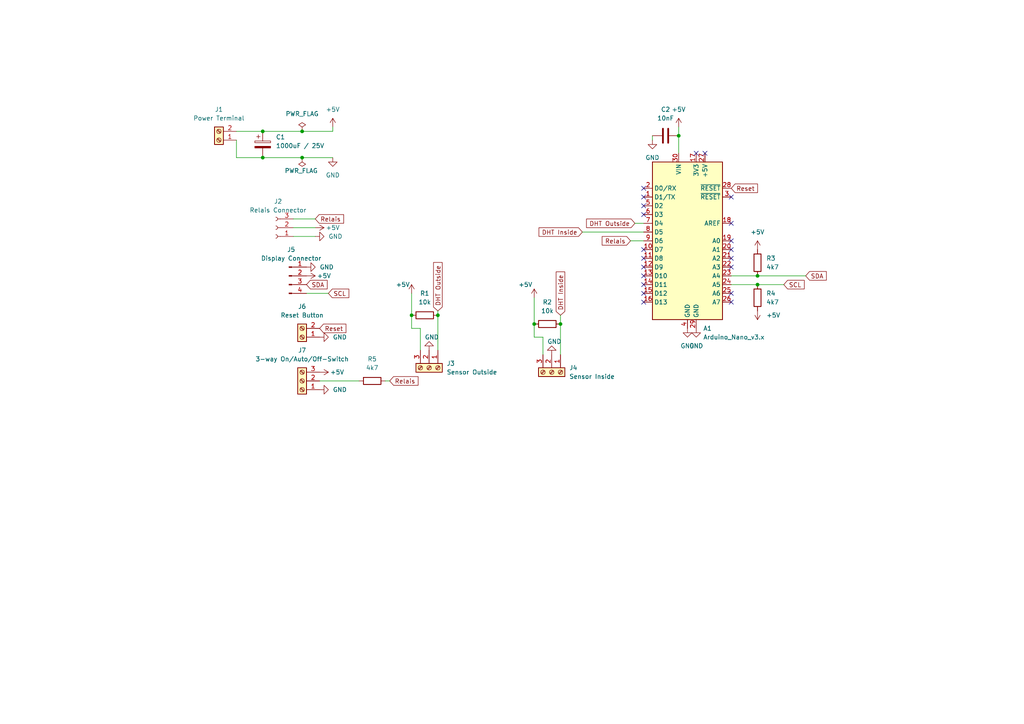
<source format=kicad_sch>
(kicad_sch (version 20211123) (generator eeschema)
  (paper "A4")
  (title_block (title "Dewpoint PCB") (date "2022-06-10") (rev "1.0"))
  (lib_symbols
    (symbol "Connector:Conn_01x03_Female" (pin_names (offset 1.016) hide)
      (property "Reference" "J" (at 0 5.08 0))
      (property "Value" "Conn_01x03_Female" (at 0 -5.08 0))
      (symbol "Conn_01x03_Female_1_1"
        (arc (start 0 -2.032) (mid -0.508 -2.54) (end 0 -3.048) (stroke (width 0.1524)))
        (polyline (pts (xy -1.27 -2.54) (xy -0.508 -2.54)) (stroke (width 0.1524)))
        (polyline (pts (xy -1.27 0) (xy -0.508 0)) (stroke (width 0.1524)))
        (polyline (pts (xy -1.27 2.54) (xy -0.508 2.54)) (stroke (width 0.1524)))
        (arc (start 0 0.508) (mid -0.508 0) (end 0 -0.508) (stroke (width 0.1524)))
        (arc (start 0 3.048) (mid -0.508 2.54) (end 0 2.032) (stroke (width 0.1524)))
        (pin passive line (at -5.08 2.54 0) (length 3.81) (name "Pin_1") (number "1"))
        (pin passive line (at -5.08 0 0) (length 3.81) (name "Pin_2") (number "2"))
        (pin passive line (at -5.08 -2.54 0) (length 3.81) (name "Pin_3") (number "3"))
      )
    )
    (symbol "Connector:Conn_01x04_Male" (pin_names (offset 1.016) hide)
      (property "Reference" "J" (at 0 5.08 0))
      (property "Value" "Conn_01x04_Male" (at 0 -7.62 0))
      (symbol "Conn_01x04_Male_1_1"
        (polyline (pts (xy 1.27 -5.08) (xy 0.8636 -5.08)) (stroke (width 0.1524)))
        (polyline (pts (xy 1.27 -2.54) (xy 0.8636 -2.54)) (stroke (width 0.1524)))
        (polyline (pts (xy 1.27 0) (xy 0.8636 0)) (stroke (width 0.1524)))
        (polyline (pts (xy 1.27 2.54) (xy 0.8636 2.54)) (stroke (width 0.1524)))
        (rectangle (start 0.8636 -4.953) (end 0 -5.207) (stroke (width 0.1524)) (fill (type outline)))
        (rectangle (start 0.8636 -2.413) (end 0 -2.667) (stroke (width 0.1524)) (fill (type outline)))
        (rectangle (start 0.8636 0.127) (end 0 -0.127) (stroke (width 0.1524)) (fill (type outline)))
        (rectangle (start 0.8636 2.667) (end 0 2.413) (stroke (width 0.1524)) (fill (type outline)))
        (pin passive line (at 5.08 2.54 180) (length 3.81) (name "Pin_1") (number "1"))
        (pin passive line (at 5.08 0 180) (length 3.81) (name "Pin_2") (number "2"))
        (pin passive line (at 5.08 -2.54 180) (length 3.81) (name "Pin_3") (number "3"))
        (pin passive line (at 5.08 -5.08 180) (length 3.81) (name "Pin_4") (number "4"))
      )
    )
    (symbol "Connector:Screw_Terminal_01x02" (pin_names (offset 1.016) hide)
      (property "Reference" "J" (at 0 2.54 0))
      (property "Value" "Screw_Terminal_01x02" (at 0 -5.08 0))
      (symbol "Screw_Terminal_01x02_1_1"
        (rectangle (start -1.27 1.27) (end 1.27 -3.81) (stroke (width 0.254)) (fill (type background)))
        (circle (center 0 -2.54) (radius 0.635) (stroke (width 0.1524)))
        (polyline (pts (xy -0.5334 -2.2098) (xy 0.3302 -3.048)) (stroke (width 0.1524)))
        (polyline (pts (xy -0.5334 0.3302) (xy 0.3302 -0.508)) (stroke (width 0.1524)))
        (polyline (pts (xy -0.3556 -2.032) (xy 0.508 -2.8702)) (stroke (width 0.1524)))
        (polyline (pts (xy -0.3556 0.508) (xy 0.508 -0.3302)) (stroke (width 0.1524)))
        (circle (center 0 0) (radius 0.635) (stroke (width 0.1524)))
        (pin passive line (at -5.08 0 0) (length 3.81) (name "Pin_1") (number "1"))
        (pin passive line (at -5.08 -2.54 0) (length 3.81) (name "Pin_2") (number "2"))
      )
    )
    (symbol "Connector:Screw_Terminal_01x03" (pin_names (offset 1.016) hide)
      (property "Reference" "J" (at 0 5.08 0))
      (property "Value" "Screw_Terminal_01x03" (at 0 -5.08 0))
      (symbol "Screw_Terminal_01x03_1_1"
        (rectangle (start -1.27 3.81) (end 1.27 -3.81) (stroke (width 0.254)) (fill (type background)))
        (circle (center 0 -2.54) (radius 0.635) (stroke (width 0.1524)))
        (polyline (pts (xy -0.5334 -2.2098) (xy 0.3302 -3.048)) (stroke (width 0.1524)))
        (polyline (pts (xy -0.5334 0.3302) (xy 0.3302 -0.508)) (stroke (width 0.1524)))
        (polyline (pts (xy -0.5334 2.8702) (xy 0.3302 2.032)) (stroke (width 0.1524)))
        (polyline (pts (xy -0.3556 -2.032) (xy 0.508 -2.8702)) (stroke (width 0.1524)))
        (polyline (pts (xy -0.3556 0.508) (xy 0.508 -0.3302)) (stroke (width 0.1524)))
        (polyline (pts (xy -0.3556 3.048) (xy 0.508 2.2098)) (stroke (width 0.1524)))
        (circle (center 0 0) (radius 0.635) (stroke (width 0.1524)))
        (circle (center 0 2.54) (radius 0.635) (stroke (width 0.1524)))
        (pin passive line (at -5.08 2.54 0) (length 3.81) (name "Pin_1") (number "1"))
        (pin passive line (at -5.08 0 0) (length 3.81) (name "Pin_2") (number "2"))
        (pin passive line (at -5.08 -2.54 0) (length 3.81) (name "Pin_3") (number "3"))
      )
    )
    (symbol "Device:C" (pin_numbers hide) (pin_names (offset 0.254))
      (property "Reference" "C" (at 0.635 2.54 0))
      (property "Value" "C" (at 0.635 -2.54 0))
      (symbol "C_0_1"
        (polyline (pts (xy -2.032 -0.762) (xy 2.032 -0.762)) (stroke (width 0.508)))
        (polyline (pts (xy -2.032 0.762) (xy 2.032 0.762)) (stroke (width 0.508)))
      )
      (symbol "C_1_1"
        (pin passive line (at 0 3.81 270) (length 2.794) (name "~") (number "1"))
        (pin passive line (at 0 -3.81 90) (length 2.794) (name "~") (number "2"))
      )
    )
    (symbol "Device:C_Polarized" (pin_numbers hide) (pin_names (offset 0.254))
      (property "Reference" "C" (at 0.635 2.54 0))
      (property "Value" "C_Polarized" (at 0.635 -2.54 0))
      (symbol "C_Polarized_0_1"
        (rectangle (start -2.286 0.508) (end 2.286 1.016))
        (polyline (pts (xy -1.778 2.286) (xy -0.762 2.286)))
        (polyline (pts (xy -1.27 2.794) (xy -1.27 1.778)))
        (rectangle (start 2.286 -0.508) (end -2.286 -1.016) (fill (type outline)))
      )
      (symbol "C_Polarized_1_1"
        (pin passive line (at 0 3.81 270) (length 2.794) (name "~") (number "1"))
        (pin passive line (at 0 -3.81 90) (length 2.794) (name "~") (number "2"))
      )
    )
    (symbol "Device:R" (pin_numbers hide) (pin_names (offset 0))
      (property "Reference" "R" (at 2.032 0 90))
      (property "Value" "R" (at 0 0 90))
      (symbol "R_0_1"
        (rectangle (start -1.016 -2.54) (end 1.016 2.54) (stroke (width 0.254)))
      )
      (symbol "R_1_1"
        (pin passive line (at 0 3.81 270) (length 1.27) (name "~") (number "1"))
        (pin passive line (at 0 -3.81 90) (length 1.27) (name "~") (number "2"))
      )
    )
    (symbol "MCU_Module:Arduino_Nano_v3.x"
      (property "Reference" "A" (at -10.16 23.495 0))
      (property "Value" "Arduino_Nano_v3.x" (at 5.08 -24.13 0))
      (symbol "Arduino_Nano_v3.x_0_1"
        (rectangle (start -10.16 22.86) (end 10.16 -22.86) (stroke (width 0.254)) (fill (type background)))
      )
      (symbol "Arduino_Nano_v3.x_1_1"
        (pin bidirectional line (at -12.7 12.7 0) (length 2.54) (name "D1/TX") (number "1"))
        (pin bidirectional line (at -12.7 -2.54 0) (length 2.54) (name "D7") (number "10"))
        (pin bidirectional line (at -12.7 -5.08 0) (length 2.54) (name "D8") (number "11"))
        (pin bidirectional line (at -12.7 -7.62 0) (length 2.54) (name "D9") (number "12"))
        (pin bidirectional line (at -12.7 -10.16 0) (length 2.54) (name "D10") (number "13"))
        (pin bidirectional line (at -12.7 -12.7 0) (length 2.54) (name "D11") (number "14"))
        (pin bidirectional line (at -12.7 -15.24 0) (length 2.54) (name "D12") (number "15"))
        (pin bidirectional line (at -12.7 -17.78 0) (length 2.54) (name "D13") (number "16"))
        (pin power_out line (at 2.54 25.4 270) (length 2.54) (name "3V3") (number "17"))
        (pin input line (at 12.7 5.08 180) (length 2.54) (name "AREF") (number "18"))
        (pin bidirectional line (at 12.7 0 180) (length 2.54) (name "A0") (number "19"))
        (pin bidirectional line (at -12.7 15.24 0) (length 2.54) (name "D0/RX") (number "2"))
        (pin bidirectional line (at 12.7 -2.54 180) (length 2.54) (name "A1") (number "20"))
        (pin bidirectional line (at 12.7 -5.08 180) (length 2.54) (name "A2") (number "21"))
        (pin bidirectional line (at 12.7 -7.62 180) (length 2.54) (name "A3") (number "22"))
        (pin bidirectional line (at 12.7 -10.16 180) (length 2.54) (name "A4") (number "23"))
        (pin bidirectional line (at 12.7 -12.7 180) (length 2.54) (name "A5") (number "24"))
        (pin bidirectional line (at 12.7 -15.24 180) (length 2.54) (name "A6") (number "25"))
        (pin bidirectional line (at 12.7 -17.78 180) (length 2.54) (name "A7") (number "26"))
        (pin power_out line (at 5.08 25.4 270) (length 2.54) (name "+5V") (number "27"))
        (pin input line (at 12.7 15.24 180) (length 2.54) (name "~{RESET}") (number "28"))
        (pin power_in line (at 2.54 -25.4 90) (length 2.54) (name "GND") (number "29"))
        (pin input line (at 12.7 12.7 180) (length 2.54) (name "~{RESET}") (number "3"))
        (pin power_in line (at -2.54 25.4 270) (length 2.54) (name "VIN") (number "30"))
        (pin power_in line (at 0 -25.4 90) (length 2.54) (name "GND") (number "4"))
        (pin bidirectional line (at -12.7 10.16 0) (length 2.54) (name "D2") (number "5"))
        (pin bidirectional line (at -12.7 7.62 0) (length 2.54) (name "D3") (number "6"))
        (pin bidirectional line (at -12.7 5.08 0) (length 2.54) (name "D4") (number "7"))
        (pin bidirectional line (at -12.7 2.54 0) (length 2.54) (name "D5") (number "8"))
        (pin bidirectional line (at -12.7 0 0) (length 2.54) (name "D6") (number "9"))
      )
    )
    (symbol "power:+5V" (power) (pin_names (offset 0))
      (property "Value" "+5V" (at 0 3.556 0))
      (symbol "+5V_0_1"
        (polyline (pts (xy -0.762 1.27) (xy 0 2.54)))
        (polyline (pts (xy 0 0) (xy 0 2.54)))
        (polyline (pts (xy 0 2.54) (xy 0.762 1.27)))
      )
      (symbol "+5V_1_1"
        (pin power_in line (at 0 0 90) (length 0) hide (name "+5V") (number "1"))
      )
    )
    (symbol "power:GND" (power) (pin_names (offset 0))
      (property "Value" "GND" (at 0 -3.81 0))
      (symbol "GND_0_1"
        (polyline (pts (xy 0 0) (xy 0 -1.27) (xy 1.27 -1.27) (xy 0 -2.54) (xy -1.27 -1.27) (xy 0 -1.27)))
      )
      (symbol "GND_1_1"
        (pin power_in line (at 0 0 270) (length 0) hide (name "GND") (number "1"))
      )
    )
    (symbol "power:PWR_FLAG" (power) (pin_numbers hide) (pin_names (offset 0) hide)
      (property "Value" "PWR_FLAG" (at 0 3.81 0))
      (symbol "PWR_FLAG_0_0"
        (pin power_out line (at 0 0 90) (length 0) (name "pwr") (number "1"))
      )
      (symbol "PWR_FLAG_0_1"
        (polyline (pts (xy 0 0) (xy 0 1.27) (xy -1.016 1.905) (xy 0 2.54) (xy 1.016 1.905) (xy 0 1.27)))
      )
    )
  )
  (junction (at 76.2 38.1))
  (junction (at 154.94 93.98))
  (junction (at 119.38 91.44))
  (junction (at 196.85 39.37))
  (junction (at 87.63 38.1))
  (junction (at 162.56 93.98))
  (junction (at 87.63 45.72))
  (junction (at 127 91.44))
  (junction (at 76.2 45.72))
  (junction (at 219.71 82.55))
  (junction (at 219.71 80.01))
  (no_connect (at 201.93 44.45))
  (no_connect (at 204.47 44.45))
  (no_connect (at 186.69 85.09))
  (no_connect (at 186.69 82.55))
  (no_connect (at 186.69 80.01))
  (no_connect (at 186.69 77.47))
  (no_connect (at 186.69 74.93))
  (no_connect (at 186.69 72.39))
  (no_connect (at 186.69 54.61))
  (no_connect (at 186.69 62.23))
  (no_connect (at 186.69 59.69))
  (no_connect (at 186.69 57.15))
  (no_connect (at 212.09 69.85))
  (no_connect (at 212.09 72.39))
  (no_connect (at 212.09 74.93))
  (no_connect (at 212.09 77.47))
  (no_connect (at 212.09 64.77))
  (no_connect (at 212.09 85.09))
  (no_connect (at 212.09 87.63))
  (no_connect (at 186.69 87.63))
  (no_connect (at 212.09 57.15))
  (wire (pts (xy 96.52 38.1) (xy 96.52 36.83)))
  (wire (pts (xy 189.23 40.64) (xy 189.23 39.37)))
  (wire (pts (xy 168.91 67.31) (xy 186.69 67.31)))
  (wire (pts (xy 212.09 80.01) (xy 219.71 80.01)))
  (wire (pts (xy 92.71 110.49) (xy 104.14 110.49)))
  (wire (pts (xy 119.38 85.09) (xy 119.38 91.44)))
  (wire (pts (xy 162.56 91.44) (xy 162.56 93.98)))
  (wire (pts (xy 157.48 97.79) (xy 157.48 102.87)))
  (wire (pts (xy 196.85 36.83) (xy 196.85 39.37)))
  (wire (pts (xy 85.09 66.04) (xy 91.44 66.04)))
  (wire (pts (xy 162.56 93.98) (xy 162.56 102.87)))
  (wire (pts (xy 154.94 93.98) (xy 154.94 97.79)))
  (wire (pts (xy 121.92 95.25) (xy 121.92 101.6)))
  (wire (pts (xy 68.58 45.72) (xy 76.2 45.72)))
  (wire (pts (xy 219.71 82.55) (xy 227.33 82.55)))
  (wire (pts (xy 119.38 95.25) (xy 121.92 95.25)))
  (wire (pts (xy 87.63 45.72) (xy 96.52 45.72)))
  (wire (pts (xy 76.2 45.72) (xy 87.63 45.72)))
  (wire (pts (xy 182.88 69.85) (xy 186.69 69.85)))
  (wire (pts (xy 87.63 38.1) (xy 96.52 38.1)))
  (wire (pts (xy 68.58 40.64) (xy 68.58 45.72)))
  (wire (pts (xy 219.71 80.01) (xy 233.68 80.01)))
  (wire (pts (xy 154.94 86.36) (xy 154.94 93.98)))
  (wire (pts (xy 76.2 38.1) (xy 87.63 38.1)))
  (wire (pts (xy 196.85 39.37) (xy 196.85 44.45)))
  (wire (pts (xy 212.09 82.55) (xy 219.71 82.55)))
  (wire (pts (xy 111.76 110.49) (xy 113.03 110.49)))
  (wire (pts (xy 154.94 97.79) (xy 157.48 97.79)))
  (wire (pts (xy 85.09 63.5) (xy 91.44 63.5)))
  (wire (pts (xy 119.38 91.44) (xy 119.38 95.25)))
  (wire (pts (xy 184.15 64.77) (xy 186.69 64.77)))
  (wire (pts (xy 88.9 85.09) (xy 95.25 85.09)))
  (wire (pts (xy 127 91.44) (xy 127 101.6)))
  (wire (pts (xy 68.58 38.1) (xy 76.2 38.1)))
  (wire (pts (xy 127 90.17) (xy 127 91.44)))
  (wire (pts (xy 85.09 68.58) (xy 91.44 68.58)))
  (global_label "SCL" (shape input) (at 227.33 82.55 0) (property "Intersheet References" "${INTERSHEET_REFS}" (effects hide)))
  (global_label "SCL" (shape input) (at 95.25 85.09 0) (property "Intersheet References" "${INTERSHEET_REFS}" (effects hide)))
  (global_label "DHT Outside" (shape input) (at 184.15 64.77 180) (property "Intersheet References" "${INTERSHEET_REFS}" (effects hide)))
  (global_label "Relais" (shape input) (at 182.88 69.85 180) (property "Intersheet References" "${INTERSHEET_REFS}" (effects hide)))
  (global_label "DHT Outside" (shape input) (at 127 90.17 90) (property "Intersheet References" "${INTERSHEET_REFS}" (effects hide)))
  (global_label "SDA" (shape input) (at 88.9 82.55 0) (property "Intersheet References" "${INTERSHEET_REFS}" (effects hide)))
  (global_label "DHT Inside" (shape input) (at 162.56 91.44 90) (property "Intersheet References" "${INTERSHEET_REFS}" (effects hide)))
  (global_label "SDA" (shape input) (at 233.68 80.01 0) (property "Intersheet References" "${INTERSHEET_REFS}" (effects hide)))
  (global_label "Relais" (shape input) (at 91.44 63.5 0) (property "Intersheet References" "${INTERSHEET_REFS}" (effects hide)))
  (global_label "Reset" (shape input) (at 92.71 95.25 0) (property "Intersheet References" "${INTERSHEET_REFS}" (effects hide)))
  (global_label "DHT Inside" (shape input) (at 168.91 67.31 180) (property "Intersheet References" "${INTERSHEET_REFS}" (effects hide)))
  (global_label "Relais" (shape input) (at 113.03 110.49 0) (property "Intersheet References" "${INTERSHEET_REFS}" (effects hide)))
  (global_label "Reset" (shape input) (at 212.09 54.61 0) (property "Intersheet References" "${INTERSHEET_REFS}" (effects hide)))
  (symbol (lib_id "Device:C") (at 193.04 39.37 90) (unit 1)
    (property "Reference" "C2" (at 193.04 31.75 90))
    (property "Value" "10nF" (at 193.04 34.29 90))
    (property "Footprint" "Capacitor_THT:C_Disc_D4.7mm_W2.5mm_P5.00mm" (effects hide))
  )
  (symbol (lib_id "power:+5V") (at 92.71 107.95 270) (unit 1)
    (property "Reference" "#PWR018" (effects hide))
    (property "Value" "+5V" (at 97.79 107.95 90))
  )
  (symbol (lib_id "power:GND") (at 92.71 113.03 90) (unit 1)
    (property "Reference" "#PWR019" (effects hide))
    (property "Value" "GND" (at 96.52 113.0299 90) (effects (justify right)))
  )
  (symbol (lib_id "power:GND") (at 92.71 97.79 90) (unit 1)
    (property "Reference" "#PWR017" (effects hide))
    (property "Value" "GND" (at 96.52 97.7899 90) (effects (justify right)))
  )
  (symbol (lib_id "power:GND") (at 96.52 45.72 0) (unit 1)
    (property "Reference" "#PWR04" (effects hide))
    (property "Value" "GND" (at 96.52 50.8 0))
  )
  (symbol (lib_id "power:+5V") (at 154.94 86.36 0) (unit 1)
    (property "Reference" "#PWR07" (effects hide))
    (property "Value" "+5V" (at 152.4 82.55 0))
  )
  (symbol (lib_id "power:+5V") (at 96.52 36.83 0) (unit 1)
    (property "Reference" "#PWR03" (effects hide))
    (property "Value" "+5V" (at 96.52 31.75 0))
  )
  (symbol (lib_id "Connector:Screw_Terminal_01x03") (at 87.63 110.49 180) (unit 1)
    (property "Reference" "J7" (at 87.63 101.6 0))
    (property "Value" "3-way On/Auto/Off-Switch" (at 87.63 104.14 0))
    (property "Footprint" "TerminalBlock_Phoenix:TerminalBlock_Phoenix_MKDS-1,5-3_1x03_P5.00mm_Horizontal" (effects hide))
  )
  (symbol (lib_id "power:GND") (at 201.93 95.25 0) (unit 1)
    (property "Reference" "#PWR012" (effects hide))
    (property "Value" "GND" (at 201.93 100.33 0))
  )
  (symbol (lib_id "Device:R") (at 219.71 86.36 0) (unit 1)
    (property "Reference" "R4" (at 222.25 85.0899 0) (effects (justify left)))
    (property "Value" "4k7" (at 222.25 87.6299 0) (effects (justify left)))
    (property "Footprint" "Resistor_THT:R_Axial_DIN0207_L6.3mm_D2.5mm_P10.16mm_Horizontal" (effects hide))
  )
  (symbol (lib_id "Device:R") (at 158.75 93.98 90) (unit 1)
    (property "Reference" "R2" (at 158.75 87.63 90))
    (property "Value" "10k" (at 158.75 90.17 90))
    (property "Footprint" "Resistor_THT:R_Axial_DIN0207_L6.3mm_D2.5mm_P10.16mm_Horizontal" (effects hide))
  )
  (symbol (lib_id "Connector:Conn_01x03_Female") (at 80.01 66.04 180) (unit 1)
    (property "Reference" "J2" (at 80.645 58.42 0))
    (property "Value" "Relais Connector" (at 80.645 60.96 0))
    (property "Footprint" "Connector_PinSocket_2.54mm:PinSocket_1x03_P2.54mm_Horizontal" (effects hide))
  )
  (symbol (lib_id "Device:R") (at 123.19 91.44 90) (unit 1)
    (property "Reference" "R1" (at 123.19 85.09 90))
    (property "Value" "10k" (at 123.19 87.63 90))
    (property "Footprint" "Resistor_THT:R_Axial_DIN0207_L6.3mm_D2.5mm_P10.16mm_Horizontal" (effects hide))
  )
  (symbol (lib_id "Connector:Conn_01x04_Male") (at 83.82 80.01 0) (unit 1)
    (property "Reference" "J5" (at 84.455 72.39 0))
    (property "Value" "Display Connector" (at 84.455 74.93 0))
    (property "Footprint" "Connector_PinHeader_2.54mm:PinHeader_1x04_P2.54mm_Vertical" (effects hide))
  )
  (symbol (lib_id "Connector:Screw_Terminal_01x03") (at 124.46 106.68 270) (unit 1)
    (property "Reference" "J3" (at 129.54 105.4099 90) (effects (justify left)))
    (property "Value" "Sensor Outside" (at 129.54 107.9499 90) (effects (justify left)))
    (property "Footprint" "TerminalBlock_Phoenix:TerminalBlock_Phoenix_MKDS-1,5-3_1x03_P5.00mm_Horizontal" (effects hide))
  )
  (symbol (lib_id "Device:R") (at 107.95 110.49 90) (unit 1)
    (property "Reference" "R5" (at 107.95 104.14 90))
    (property "Value" "4k7" (at 107.95 106.68 90))
    (property "Footprint" "Resistor_THT:R_Axial_DIN0207_L6.3mm_D2.5mm_P10.16mm_Horizontal" (effects hide))
  )
  (symbol (lib_id "power:GND") (at 199.39 95.25 0) (unit 1)
    (property "Reference" "#PWR011" (effects hide))
    (property "Value" "GND" (at 199.39 100.33 0))
  )
  (symbol (lib_id "power:+5V") (at 219.71 90.17 180) (unit 1)
    (property "Reference" "#PWR014" (effects hide))
    (property "Value" "+5V" (at 222.25 91.4399 0) (effects (justify right)))
  )
  (symbol (lib_id "power:GND") (at 88.9 77.47 90) (unit 1)
    (property "Reference" "#PWR015" (effects hide))
    (property "Value" "GND" (at 92.71 77.4699 90) (effects (justify right)))
  )
  (symbol (lib_id "Connector:Screw_Terminal_01x02") (at 87.63 97.79 180) (unit 1)
    (property "Reference" "J6" (at 87.63 88.9 0))
    (property "Value" "Reset Button" (at 87.63 91.44 0))
    (property "Footprint" "TerminalBlock_Phoenix:TerminalBlock_Phoenix_MKDS-1,5-2_1x02_P5.00mm_Horizontal" (effects hide))
  )
  (symbol (lib_id "Device:C_Polarized") (at 76.2 41.91 0) (unit 1)
    (property "Reference" "C1" (at 80.01 39.7509 0) (effects (justify left)))
    (property "Value" "1000uF / 25V" (at 80.01 42.2909 0) (effects (justify left)))
    (property "Footprint" "Capacitor_THT:CP_Radial_D10.0mm_P7.50mm" (effects hide))
  )
  (symbol (lib_id "Connector:Screw_Terminal_01x03") (at 160.02 107.95 270) (unit 1)
    (property "Reference" "J4" (at 165.1 106.6799 90) (effects (justify left)))
    (property "Value" "Sensor Inside" (at 165.1 109.2199 90) (effects (justify left)))
    (property "Footprint" "TerminalBlock_Phoenix:TerminalBlock_Phoenix_MKDS-1,5-3_1x03_P5.00mm_Horizontal" (effects hide))
  )
  (symbol (lib_id "Connector:Screw_Terminal_01x02") (at 63.5 40.64 180) (unit 1)
    (property "Reference" "J1" (at 63.5 31.75 0))
    (property "Value" "Power Terminal" (at 63.5 34.29 0))
    (property "Footprint" "TerminalBlock_Phoenix:TerminalBlock_Phoenix_MKDS-1,5-2_1x02_P5.00mm_Horizontal" (effects hide))
  )
  (symbol (lib_id "power:+5V") (at 88.9 80.01 270) (unit 1)
    (property "Reference" "#PWR016" (effects hide))
    (property "Value" "+5V" (at 93.98 80.01 90))
  )
  (symbol (lib_id "MCU_Module:Arduino_Nano_v3.x") (at 199.39 69.85 0) (unit 1)
    (property "Reference" "A1" (at 203.9494 95.25 0) (effects (justify left)))
    (property "Value" "Arduino_Nano_v3.x" (at 203.9494 97.79 0) (effects (justify left)))
    (property "Footprint" "Module:Arduino_Nano" (effects hide))
    (property "Datasheet" "http://www.mouser.com/pdfdocs/Gravitech_Arduino_Nano3_0.pdf" (effects hide))
  )
  (symbol (lib_id "power:GND") (at 124.46 101.6 180) (unit 1)
    (property "Reference" "#PWR06" (effects hide))
    (property "Value" "GND" (at 123.19 97.79 0) (effects (justify right)))
  )
  (symbol (lib_id "power:PWR_FLAG") (at 87.63 45.72 180) (unit 1)
    (property "Reference" "#FLG0102" (effects hide))
    (property "Value" "PWR_FLAG" (at 82.55 49.53 0) (effects (justify right)))
  )
  (symbol (lib_id "power:+5V") (at 91.44 66.04 270) (unit 1)
    (property "Reference" "#PWR02" (effects hide))
    (property "Value" "+5V" (at 96.52 66.04 90))
  )
  (symbol (lib_id "power:+5V") (at 196.85 36.83 0) (unit 1)
    (property "Reference" "#PWR010" (effects hide))
    (property "Value" "+5V" (at 196.85 31.75 0))
  )
  (symbol (lib_id "power:GND") (at 160.02 102.87 180) (unit 1)
    (property "Reference" "#PWR08" (effects hide))
    (property "Value" "GND" (at 158.75 99.06 0) (effects (justify right)))
  )
  (symbol (lib_id "power:GND") (at 91.44 68.58 90) (unit 1)
    (property "Reference" "#PWR01" (effects hide))
    (property "Value" "GND" (at 95.25 68.5799 90) (effects (justify right)))
  )
  (symbol (lib_id "Device:R") (at 219.71 76.2 0) (unit 1)
    (property "Reference" "R3" (at 222.25 74.9299 0) (effects (justify left)))
    (property "Value" "4k7" (at 222.25 77.4699 0) (effects (justify left)))
    (property "Footprint" "Resistor_THT:R_Axial_DIN0207_L6.3mm_D2.5mm_P10.16mm_Horizontal" (effects hide))
  )
  (symbol (lib_id "power:+5V") (at 219.71 72.39 0) (unit 1)
    (property "Reference" "#PWR013" (effects hide))
    (property "Value" "+5V" (at 219.71 67.31 0))
  )
  (symbol (lib_id "power:GND") (at 189.23 40.64 0) (unit 1)
    (property "Reference" "#PWR09" (effects hide))
    (property "Value" "GND" (at 189.23 45.72 0))
  )
  (symbol (lib_id "power:+5V") (at 119.38 85.09 0) (unit 1)
    (property "Reference" "#PWR05" (effects hide))
    (property "Value" "+5V" (at 116.84 82.55 0))
  )
  (symbol (lib_id "power:PWR_FLAG") (at 87.63 38.1 0) (unit 1)
    (property "Reference" "#FLG0101" (effects hide))
    (property "Value" "PWR_FLAG" (at 87.63 33.02 0))
  )
)
</source>
